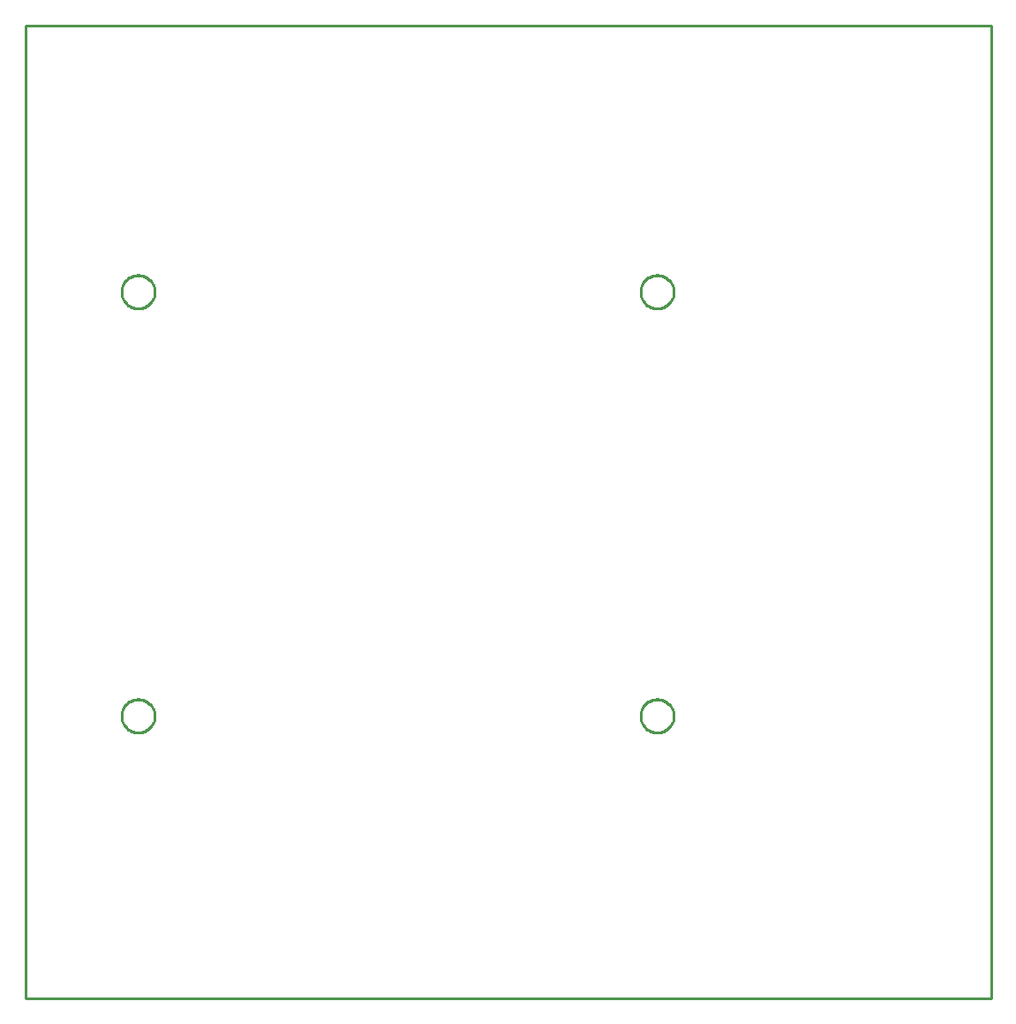
<source format=gbr>
G04 EAGLE Gerber RS-274X export*
G75*
%MOMM*%
%FSLAX34Y34*%
%LPD*%
%IN*%
%IPPOS*%
%AMOC8*
5,1,8,0,0,1.08239X$1,22.5*%
G01*
%ADD10C,0.254000*%


D10*
X0Y0D02*
X926110Y0D01*
X926110Y932050D01*
X0Y932050D01*
X0Y0D01*
X123950Y269986D02*
X123882Y268941D01*
X123745Y267902D01*
X123540Y266875D01*
X123269Y265863D01*
X122933Y264871D01*
X122532Y263903D01*
X122068Y262964D01*
X121545Y262056D01*
X120963Y261185D01*
X120325Y260354D01*
X119634Y259567D01*
X118893Y258826D01*
X118106Y258135D01*
X117275Y257498D01*
X116404Y256916D01*
X115496Y256392D01*
X114557Y255928D01*
X113589Y255527D01*
X112597Y255191D01*
X111585Y254920D01*
X110558Y254715D01*
X109519Y254579D01*
X108474Y254510D01*
X107426Y254510D01*
X106381Y254579D01*
X105342Y254715D01*
X104315Y254920D01*
X103303Y255191D01*
X102311Y255527D01*
X101343Y255928D01*
X100404Y256392D01*
X99496Y256916D01*
X98625Y257498D01*
X97794Y258135D01*
X97007Y258826D01*
X96266Y259567D01*
X95575Y260354D01*
X94938Y261185D01*
X94356Y262056D01*
X93832Y262964D01*
X93368Y263903D01*
X92967Y264871D01*
X92631Y265863D01*
X92360Y266875D01*
X92155Y267902D01*
X92019Y268941D01*
X91950Y269986D01*
X91950Y271034D01*
X92019Y272079D01*
X92155Y273118D01*
X92360Y274145D01*
X92631Y275157D01*
X92967Y276149D01*
X93368Y277117D01*
X93832Y278056D01*
X94356Y278964D01*
X94938Y279835D01*
X95575Y280666D01*
X96266Y281453D01*
X97007Y282194D01*
X97794Y282885D01*
X98625Y283523D01*
X99496Y284105D01*
X100404Y284628D01*
X101343Y285092D01*
X102311Y285493D01*
X103303Y285829D01*
X104315Y286100D01*
X105342Y286305D01*
X106381Y286442D01*
X107426Y286510D01*
X108474Y286510D01*
X109519Y286442D01*
X110558Y286305D01*
X111585Y286100D01*
X112597Y285829D01*
X113589Y285493D01*
X114557Y285092D01*
X115496Y284628D01*
X116404Y284105D01*
X117275Y283523D01*
X118106Y282885D01*
X118893Y282194D01*
X119634Y281453D01*
X120325Y280666D01*
X120963Y279835D01*
X121545Y278964D01*
X122068Y278056D01*
X122532Y277117D01*
X122933Y276149D01*
X123269Y275157D01*
X123540Y274145D01*
X123745Y273118D01*
X123882Y272079D01*
X123950Y271034D01*
X123950Y269986D01*
X621780Y269986D02*
X621712Y268941D01*
X621575Y267902D01*
X621370Y266875D01*
X621099Y265863D01*
X620763Y264871D01*
X620362Y263903D01*
X619898Y262964D01*
X619375Y262056D01*
X618793Y261185D01*
X618155Y260354D01*
X617464Y259567D01*
X616723Y258826D01*
X615936Y258135D01*
X615105Y257498D01*
X614234Y256916D01*
X613326Y256392D01*
X612387Y255928D01*
X611419Y255527D01*
X610427Y255191D01*
X609415Y254920D01*
X608388Y254715D01*
X607349Y254579D01*
X606304Y254510D01*
X605256Y254510D01*
X604211Y254579D01*
X603172Y254715D01*
X602145Y254920D01*
X601133Y255191D01*
X600141Y255527D01*
X599173Y255928D01*
X598234Y256392D01*
X597326Y256916D01*
X596455Y257498D01*
X595624Y258135D01*
X594837Y258826D01*
X594096Y259567D01*
X593405Y260354D01*
X592768Y261185D01*
X592186Y262056D01*
X591662Y262964D01*
X591198Y263903D01*
X590797Y264871D01*
X590461Y265863D01*
X590190Y266875D01*
X589985Y267902D01*
X589849Y268941D01*
X589780Y269986D01*
X589780Y271034D01*
X589849Y272079D01*
X589985Y273118D01*
X590190Y274145D01*
X590461Y275157D01*
X590797Y276149D01*
X591198Y277117D01*
X591662Y278056D01*
X592186Y278964D01*
X592768Y279835D01*
X593405Y280666D01*
X594096Y281453D01*
X594837Y282194D01*
X595624Y282885D01*
X596455Y283523D01*
X597326Y284105D01*
X598234Y284628D01*
X599173Y285092D01*
X600141Y285493D01*
X601133Y285829D01*
X602145Y286100D01*
X603172Y286305D01*
X604211Y286442D01*
X605256Y286510D01*
X606304Y286510D01*
X607349Y286442D01*
X608388Y286305D01*
X609415Y286100D01*
X610427Y285829D01*
X611419Y285493D01*
X612387Y285092D01*
X613326Y284628D01*
X614234Y284105D01*
X615105Y283523D01*
X615936Y282885D01*
X616723Y282194D01*
X617464Y281453D01*
X618155Y280666D01*
X618793Y279835D01*
X619375Y278964D01*
X619898Y278056D01*
X620362Y277117D01*
X620763Y276149D01*
X621099Y275157D01*
X621370Y274145D01*
X621575Y273118D01*
X621712Y272079D01*
X621780Y271034D01*
X621780Y269986D01*
X123950Y676386D02*
X123882Y675341D01*
X123745Y674302D01*
X123540Y673275D01*
X123269Y672263D01*
X122933Y671271D01*
X122532Y670303D01*
X122068Y669364D01*
X121545Y668456D01*
X120963Y667585D01*
X120325Y666754D01*
X119634Y665967D01*
X118893Y665226D01*
X118106Y664535D01*
X117275Y663898D01*
X116404Y663316D01*
X115496Y662792D01*
X114557Y662328D01*
X113589Y661927D01*
X112597Y661591D01*
X111585Y661320D01*
X110558Y661115D01*
X109519Y660979D01*
X108474Y660910D01*
X107426Y660910D01*
X106381Y660979D01*
X105342Y661115D01*
X104315Y661320D01*
X103303Y661591D01*
X102311Y661927D01*
X101343Y662328D01*
X100404Y662792D01*
X99496Y663316D01*
X98625Y663898D01*
X97794Y664535D01*
X97007Y665226D01*
X96266Y665967D01*
X95575Y666754D01*
X94938Y667585D01*
X94356Y668456D01*
X93832Y669364D01*
X93368Y670303D01*
X92967Y671271D01*
X92631Y672263D01*
X92360Y673275D01*
X92155Y674302D01*
X92019Y675341D01*
X91950Y676386D01*
X91950Y677434D01*
X92019Y678479D01*
X92155Y679518D01*
X92360Y680545D01*
X92631Y681557D01*
X92967Y682549D01*
X93368Y683517D01*
X93832Y684456D01*
X94356Y685364D01*
X94938Y686235D01*
X95575Y687066D01*
X96266Y687853D01*
X97007Y688594D01*
X97794Y689285D01*
X98625Y689923D01*
X99496Y690505D01*
X100404Y691028D01*
X101343Y691492D01*
X102311Y691893D01*
X103303Y692229D01*
X104315Y692500D01*
X105342Y692705D01*
X106381Y692842D01*
X107426Y692910D01*
X108474Y692910D01*
X109519Y692842D01*
X110558Y692705D01*
X111585Y692500D01*
X112597Y692229D01*
X113589Y691893D01*
X114557Y691492D01*
X115496Y691028D01*
X116404Y690505D01*
X117275Y689923D01*
X118106Y689285D01*
X118893Y688594D01*
X119634Y687853D01*
X120325Y687066D01*
X120963Y686235D01*
X121545Y685364D01*
X122068Y684456D01*
X122532Y683517D01*
X122933Y682549D01*
X123269Y681557D01*
X123540Y680545D01*
X123745Y679518D01*
X123882Y678479D01*
X123950Y677434D01*
X123950Y676386D01*
X621780Y676386D02*
X621712Y675341D01*
X621575Y674302D01*
X621370Y673275D01*
X621099Y672263D01*
X620763Y671271D01*
X620362Y670303D01*
X619898Y669364D01*
X619375Y668456D01*
X618793Y667585D01*
X618155Y666754D01*
X617464Y665967D01*
X616723Y665226D01*
X615936Y664535D01*
X615105Y663898D01*
X614234Y663316D01*
X613326Y662792D01*
X612387Y662328D01*
X611419Y661927D01*
X610427Y661591D01*
X609415Y661320D01*
X608388Y661115D01*
X607349Y660979D01*
X606304Y660910D01*
X605256Y660910D01*
X604211Y660979D01*
X603172Y661115D01*
X602145Y661320D01*
X601133Y661591D01*
X600141Y661927D01*
X599173Y662328D01*
X598234Y662792D01*
X597326Y663316D01*
X596455Y663898D01*
X595624Y664535D01*
X594837Y665226D01*
X594096Y665967D01*
X593405Y666754D01*
X592768Y667585D01*
X592186Y668456D01*
X591662Y669364D01*
X591198Y670303D01*
X590797Y671271D01*
X590461Y672263D01*
X590190Y673275D01*
X589985Y674302D01*
X589849Y675341D01*
X589780Y676386D01*
X589780Y677434D01*
X589849Y678479D01*
X589985Y679518D01*
X590190Y680545D01*
X590461Y681557D01*
X590797Y682549D01*
X591198Y683517D01*
X591662Y684456D01*
X592186Y685364D01*
X592768Y686235D01*
X593405Y687066D01*
X594096Y687853D01*
X594837Y688594D01*
X595624Y689285D01*
X596455Y689923D01*
X597326Y690505D01*
X598234Y691028D01*
X599173Y691492D01*
X600141Y691893D01*
X601133Y692229D01*
X602145Y692500D01*
X603172Y692705D01*
X604211Y692842D01*
X605256Y692910D01*
X606304Y692910D01*
X607349Y692842D01*
X608388Y692705D01*
X609415Y692500D01*
X610427Y692229D01*
X611419Y691893D01*
X612387Y691492D01*
X613326Y691028D01*
X614234Y690505D01*
X615105Y689923D01*
X615936Y689285D01*
X616723Y688594D01*
X617464Y687853D01*
X618155Y687066D01*
X618793Y686235D01*
X619375Y685364D01*
X619898Y684456D01*
X620362Y683517D01*
X620763Y682549D01*
X621099Y681557D01*
X621370Y680545D01*
X621575Y679518D01*
X621712Y678479D01*
X621780Y677434D01*
X621780Y676386D01*
M02*

</source>
